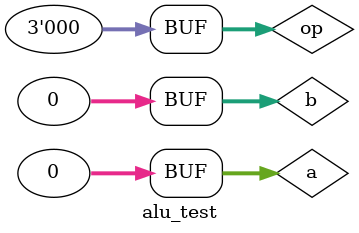
<source format=v>
`include "src/alu.v"
`timescale 1ns/1ns

module alu_test();
reg[31:0] a, b;
reg[2:0] op;
wire[31:0] result;
wire zeroFlag;

ALU UUT(a, b, op, result, zeroFlag);

initial begin
    $dumpfile("alu_test.vcd");
    $dumpvars(0, alu_test);

    // add
    a = 32'd5;
    b = 32'd10;
    op = 3'b000;
    #10;

    // sub
    a = 32'd10;
    b = 32'd5;
    op = 3'b001;
    #10;

    // and
    a = 32'd5; // 0...0101
    b = 32'd3; // 0...0011
    op = 3'b010; // Expected result: 0...0001
    #10;

    // or
    a = 32'd5;  
    b = 32'd3;
    op = 3'b011; // Expected result: 0...0111
    #10;

    // xor
    a = 32'd5;
    b = 32'd3;
    op = 3'b100; // Expected result: 0...0110
    #10;

    // SLL
    a = 32'd5;
    b = 32'd2;
    op = 3'b110; // Expected result: 0...10100
    #10;

    // SRL
    a = 32'd4;
    b = 32'd2;
    op = 3'b111; // Expected result: 0...001
    #10;

    // zero
    a = 32'd0;
    b = 32'd0;
    op = 3'b000;
    #10;

    $display("End of test");
end

endmodule
</source>
